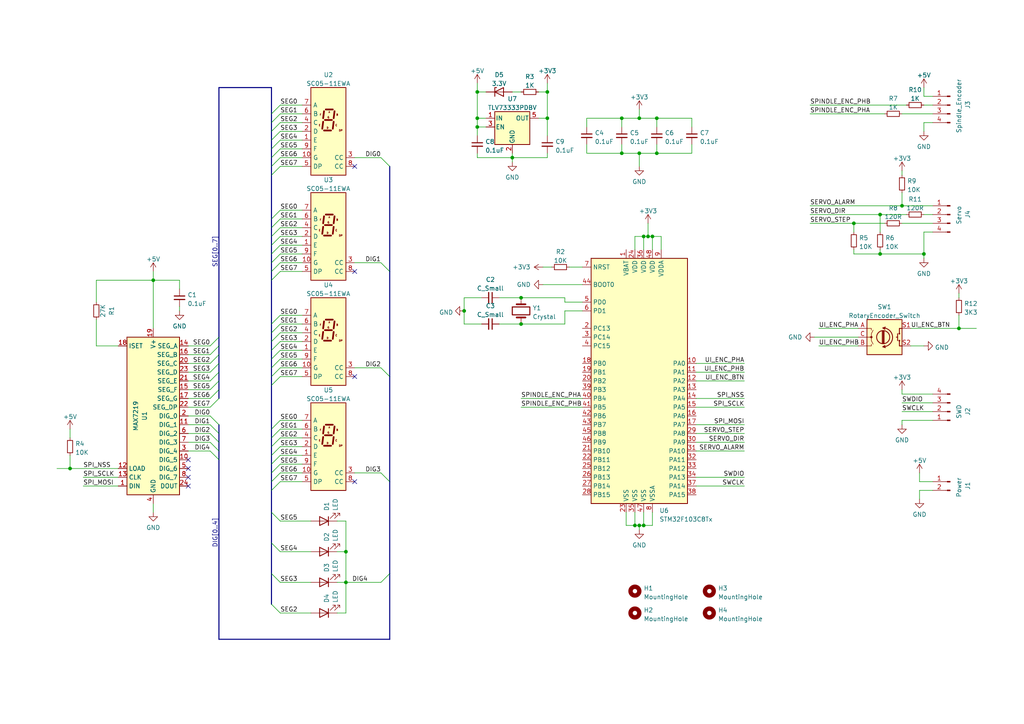
<source format=kicad_sch>
(kicad_sch (version 20211123) (generator eeschema)
  (paper "A4")
  (lib_symbols
    (symbol "+5V_1" (power) (pin_names (offset 0))
      (property "Value" "+5V_1" (at 0 3.556 0))
      (symbol "+5V_1_1_1"
        (pin power_in line (at 0 0 90) (length 0) hide (name "+5V") (number "1"))
      )
    )
    (symbol "Connector:Conn_01x02_Male" (pin_names (offset 1.016) hide)
      (property "Reference" "J" (at 0 2.54 0))
      (property "Value" "Conn_01x02_Male" (at 0 -5.08 0))
      (symbol "Conn_01x02_Male_1_1"
        (pin passive line (at 5.08 0 180) (length 3.81) (name "Pin_1") (number "1"))
        (pin passive line (at 5.08 -2.54 180) (length 3.81) (name "Pin_2") (number "2"))
      )
    )
    (symbol "Connector:Conn_01x04_Male" (pin_names (offset 1.016) hide)
      (property "Reference" "J" (at 0 5.08 0))
      (property "Value" "Conn_01x04_Male" (at 0 -7.62 0))
      (symbol "Conn_01x04_Male_1_1"
        (pin passive line (at 5.08 2.54 180) (length 3.81) (name "Pin_1") (number "1"))
        (pin passive line (at 5.08 0 180) (length 3.81) (name "Pin_2") (number "2"))
        (pin passive line (at 5.08 -2.54 180) (length 3.81) (name "Pin_3") (number "3"))
        (pin passive line (at 5.08 -5.08 180) (length 3.81) (name "Pin_4") (number "4"))
      )
    )
    (symbol "Device:C_Small" (pin_numbers hide) (pin_names (offset 0.254) hide)
      (property "Reference" "C" (at 0.254 1.778 0))
      (property "Value" "C_Small" (at 0.254 -2.032 0))
      (symbol "C_Small_1_1"
        (pin passive line (at 0 2.54 270) (length 2.032) (name "~") (number "1"))
        (pin passive line (at 0 -2.54 90) (length 2.032) (name "~") (number "2"))
      )
    )
    (symbol "Device:Crystal" (pin_numbers hide) (pin_names (offset 1.016) hide)
      (property "Reference" "Y" (at 0 3.81 0))
      (property "Value" "Crystal" (at 0 -3.81 0))
      (symbol "Crystal_1_1"
        (pin passive line (at -3.81 0 0) (length 1.27) (name "1") (number "1"))
        (pin passive line (at 3.81 0 180) (length 1.27) (name "2") (number "2"))
      )
    )
    (symbol "Device:D_Zener" (pin_numbers hide) (pin_names (offset 1.016) hide)
      (property "Reference" "D" (at 0 2.54 0))
      (property "Value" "D_Zener" (at 0 -2.54 0))
      (symbol "D_Zener_1_1"
        (pin passive line (at -3.81 0 0) (length 2.54) (name "K") (number "1"))
        (pin passive line (at 3.81 0 180) (length 2.54) (name "A") (number "2"))
      )
    )
    (symbol "Device:LED" (pin_numbers hide) (pin_names (offset 1.016) hide)
      (property "Reference" "D" (at 0 2.54 0))
      (property "Value" "LED" (at 0 -2.54 0))
      (symbol "LED_1_1"
        (pin passive line (at -3.81 0 0) (length 2.54) (name "K") (number "1"))
        (pin passive line (at 3.81 0 180) (length 2.54) (name "A") (number "2"))
      )
    )
    (symbol "Device:R_Small" (pin_numbers hide) (pin_names (offset 0.254) hide)
      (property "Reference" "R" (at 0.762 0.508 0))
      (property "Value" "R_Small" (at 0.762 -1.016 0))
      (symbol "R_Small_1_1"
        (pin passive line (at 0 2.54 270) (length 0.762) (name "~") (number "1"))
        (pin passive line (at 0 -2.54 90) (length 0.762) (name "~") (number "2"))
      )
    )
    (symbol "Device:RotaryEncoder_Switch" (pin_names (offset 0.254) hide)
      (property "Reference" "SW" (at 0 6.604 0))
      (property "Value" "RotaryEncoder_Switch" (at 0 -6.604 0))
      (symbol "RotaryEncoder_Switch_1_1"
        (pin passive line (at -7.62 2.54 0) (length 2.54) (name "A") (number "A"))
        (pin passive line (at -7.62 -2.54 0) (length 2.54) (name "B") (number "B"))
        (pin passive line (at -7.62 0 0) (length 2.54) (name "C") (number "C"))
        (pin passive line (at 7.62 2.54 180) (length 2.54) (name "S1") (number "S1"))
        (pin passive line (at 7.62 -2.54 180) (length 2.54) (name "S2") (number "S2"))
      )
    )
    (symbol "Display_Character:KCSC02-105" (pin_names (offset 0.635))
      (property "Reference" "U" (at -2.54 13.97 0))
      (property "Value" "KCSC02-105" (at 1.27 13.97 0))
      (symbol "KCSC02-105_0_0"
        (text "A" (at 0.254 5.588 0) (effects (font (size 0.508 0.508))))
        (text "B" (at 2.54 4.826 0) (effects (font (size 0.508 0.508))))
        (text "C" (at 2.286 1.778 0) (effects (font (size 0.508 0.508))))
        (text "D" (at -0.254 1.016 0) (effects (font (size 0.508 0.508))))
        (text "DP" (at 3.556 0.254 0) (effects (font (size 0.508 0.508))))
        (text "E" (at -2.54 1.778 0) (effects (font (size 0.508 0.508))))
        (text "F" (at -2.286 4.826 0) (effects (font (size 0.508 0.508))))
        (text "G" (at 0 4.064 0) (effects (font (size 0.508 0.508))))
      )
      (symbol "KCSC02-105_1_1"
        (pin input line (at -7.62 -2.54 0) (length 2.54) (name "E") (number "1"))
        (pin input line (at -7.62 -7.62 0) (length 2.54) (name "G") (number "10"))
        (pin input line (at -7.62 0 0) (length 2.54) (name "D") (number "2"))
        (pin input line (at 7.62 -7.62 180) (length 2.54) (name "CC") (number "3"))
        (pin input line (at -7.62 2.54 0) (length 2.54) (name "C") (number "4"))
        (pin input line (at -7.62 -10.16 0) (length 2.54) (name "DP") (number "5"))
        (pin input line (at -7.62 5.08 0) (length 2.54) (name "B") (number "6"))
        (pin input line (at -7.62 7.62 0) (length 2.54) (name "A") (number "7"))
        (pin input line (at 7.62 -10.16 180) (length 2.54) (name "CC") (number "8"))
        (pin input line (at -7.62 -5.08 0) (length 2.54) (name "F") (number "9"))
      )
    )
    (symbol "Driver_LED:MAX7219"
      (property "Reference" "U" (at -6.35 24.13 0))
      (property "Value" "MAX7219" (at 1.27 25.4 0))
      (symbol "MAX7219_1_1"
        (pin input line (at -10.16 -20.32 0) (length 2.54) (name "DIN") (number "1"))
        (pin output line (at 10.16 -12.7 180) (length 2.54) (name "DIG_5") (number "10"))
        (pin output line (at 10.16 -2.54 180) (length 2.54) (name "DIG_1") (number "11"))
        (pin input line (at -10.16 -15.24 0) (length 2.54) (name "LOAD") (number "12"))
        (pin input line (at -10.16 -17.78 0) (length 2.54) (name "CLK") (number "13"))
        (pin output line (at 10.16 20.32 180) (length 2.54) (name "SEG_A") (number "14"))
        (pin output line (at 10.16 7.62 180) (length 2.54) (name "SEG_F") (number "15"))
        (pin output line (at 10.16 17.78 180) (length 2.54) (name "SEG_B") (number "16"))
        (pin output line (at 10.16 5.08 180) (length 2.54) (name "SEG_G") (number "17"))
        (pin input line (at -10.16 20.32 0) (length 2.54) (name "ISET") (number "18"))
        (pin power_in line (at 0 25.4 270) (length 2.54) (name "V+") (number "19"))
        (pin output line (at 10.16 0 180) (length 2.54) (name "DIG_0") (number "2"))
        (pin output line (at 10.16 15.24 180) (length 2.54) (name "SEG_C") (number "20"))
        (pin output line (at 10.16 10.16 180) (length 2.54) (name "SEG_E") (number "21"))
        (pin output line (at 10.16 2.54 180) (length 2.54) (name "SEG_DP") (number "22"))
        (pin output line (at 10.16 12.7 180) (length 2.54) (name "SEG_D") (number "23"))
        (pin output line (at 10.16 -20.32 180) (length 2.54) (name "DOUT") (number "24"))
        (pin output line (at 10.16 -10.16 180) (length 2.54) (name "DIG_4") (number "3"))
        (pin power_in line (at 0 -25.4 90) (length 2.54) (name "GND") (number "4"))
        (pin output line (at 10.16 -15.24 180) (length 2.54) (name "DIG_6") (number "5"))
        (pin output line (at 10.16 -5.08 180) (length 2.54) (name "DIG_2") (number "6"))
        (pin output line (at 10.16 -7.62 180) (length 2.54) (name "DIG_3") (number "7"))
        (pin output line (at 10.16 -17.78 180) (length 2.54) (name "DIG_7") (number "8"))
        (pin passive line (at 0 -25.4 90) (length 2.54) hide (name "GND") (number "9"))
      )
    )
    (symbol "MCU_ST_STM32F1:STM32F103C8Tx"
      (property "Reference" "U" (at -15.24 36.83 0))
      (property "Value" "STM32F103C8Tx" (at 7.62 36.83 0))
      (symbol "STM32F103C8Tx_1_1"
        (pin power_in line (at -5.08 38.1 270) (length 2.54) (name "VBAT") (number "1"))
        (pin bidirectional line (at 15.24 5.08 180) (length 2.54) (name "PA0") (number "10"))
        (pin bidirectional line (at 15.24 2.54 180) (length 2.54) (name "PA1") (number "11"))
        (pin bidirectional line (at 15.24 0 180) (length 2.54) (name "PA2") (number "12"))
        (pin bidirectional line (at 15.24 -2.54 180) (length 2.54) (name "PA3") (number "13"))
        (pin bidirectional line (at 15.24 -5.08 180) (length 2.54) (name "PA4") (number "14"))
        (pin bidirectional line (at 15.24 -7.62 180) (length 2.54) (name "PA5") (number "15"))
        (pin bidirectional line (at 15.24 -10.16 180) (length 2.54) (name "PA6") (number "16"))
        (pin bidirectional line (at 15.24 -12.7 180) (length 2.54) (name "PA7") (number "17"))
        (pin bidirectional line (at -17.78 5.08 0) (length 2.54) (name "PB0") (number "18"))
        (pin bidirectional line (at -17.78 2.54 0) (length 2.54) (name "PB1") (number "19"))
        (pin bidirectional line (at -17.78 15.24 0) (length 2.54) (name "PC13") (number "2"))
        (pin bidirectional line (at -17.78 0 0) (length 2.54) (name "PB2") (number "20"))
        (pin bidirectional line (at -17.78 -20.32 0) (length 2.54) (name "PB10") (number "21"))
        (pin bidirectional line (at -17.78 -22.86 0) (length 2.54) (name "PB11") (number "22"))
        (pin power_in line (at -5.08 -38.1 90) (length 2.54) (name "VSS") (number "23"))
        (pin power_in line (at -2.54 38.1 270) (length 2.54) (name "VDD") (number "24"))
        (pin bidirectional line (at -17.78 -25.4 0) (length 2.54) (name "PB12") (number "25"))
        (pin bidirectional line (at -17.78 -27.94 0) (length 2.54) (name "PB13") (number "26"))
        (pin bidirectional line (at -17.78 -30.48 0) (length 2.54) (name "PB14") (number "27"))
        (pin bidirectional line (at -17.78 -33.02 0) (length 2.54) (name "PB15") (number "28"))
        (pin bidirectional line (at 15.24 -15.24 180) (length 2.54) (name "PA8") (number "29"))
        (pin bidirectional line (at -17.78 12.7 0) (length 2.54) (name "PC14") (number "3"))
        (pin bidirectional line (at 15.24 -17.78 180) (length 2.54) (name "PA9") (number "30"))
        (pin bidirectional line (at 15.24 -20.32 180) (length 2.54) (name "PA10") (number "31"))
        (pin bidirectional line (at 15.24 -22.86 180) (length 2.54) (name "PA11") (number "32"))
        (pin bidirectional line (at 15.24 -25.4 180) (length 2.54) (name "PA12") (number "33"))
        (pin bidirectional line (at 15.24 -27.94 180) (length 2.54) (name "PA13") (number "34"))
        (pin power_in line (at -2.54 -38.1 90) (length 2.54) (name "VSS") (number "35"))
        (pin power_in line (at 0 38.1 270) (length 2.54) (name "VDD") (number "36"))
        (pin bidirectional line (at 15.24 -30.48 180) (length 2.54) (name "PA14") (number "37"))
        (pin bidirectional line (at 15.24 -33.02 180) (length 2.54) (name "PA15") (number "38"))
        (pin bidirectional line (at -17.78 -2.54 0) (length 2.54) (name "PB3") (number "39"))
        (pin bidirectional line (at -17.78 10.16 0) (length 2.54) (name "PC15") (number "4"))
        (pin bidirectional line (at -17.78 -5.08 0) (length 2.54) (name "PB4") (number "40"))
        (pin bidirectional line (at -17.78 -7.62 0) (length 2.54) (name "PB5") (number "41"))
        (pin bidirectional line (at -17.78 -10.16 0) (length 2.54) (name "PB6") (number "42"))
        (pin bidirectional line (at -17.78 -12.7 0) (length 2.54) (name "PB7") (number "43"))
        (pin input line (at -17.78 27.94 0) (length 2.54) (name "BOOT0") (number "44"))
        (pin bidirectional line (at -17.78 -15.24 0) (length 2.54) (name "PB8") (number "45"))
        (pin bidirectional line (at -17.78 -17.78 0) (length 2.54) (name "PB9") (number "46"))
        (pin power_in line (at 0 -38.1 90) (length 2.54) (name "VSS") (number "47"))
        (pin power_in line (at 2.54 38.1 270) (length 2.54) (name "VDD") (number "48"))
        (pin input line (at -17.78 22.86 0) (length 2.54) (name "PD0") (number "5"))
        (pin input line (at -17.78 20.32 0) (length 2.54) (name "PD1") (number "6"))
        (pin input line (at -17.78 33.02 0) (length 2.54) (name "NRST") (number "7"))
        (pin power_in line (at 2.54 -38.1 90) (length 2.54) (name "VSSA") (number "8"))
        (pin power_in line (at 5.08 38.1 270) (length 2.54) (name "VDDA") (number "9"))
      )
    )
    (symbol "Mechanical:MountingHole" (pin_names (offset 1.016))
      (property "Reference" "H" (at 0 5.08 0))
      (property "Value" "MountingHole" (at 0 3.175 0))
    )
    (symbol "Regulator_Linear:TLV73333PDBV" (pin_names (offset 0.254))
      (property "Reference" "U" (at -3.81 5.715 0))
      (property "Value" "TLV73333PDBV" (at 0 5.715 0))
      (symbol "TLV73333PDBV_1_1"
        (pin power_in line (at -7.62 2.54 0) (length 2.54) (name "IN") (number "1"))
        (pin power_in line (at 0 -7.62 90) (length 2.54) (name "GND") (number "2"))
        (pin input line (at -7.62 0 0) (length 2.54) (name "EN") (number "3"))
        (pin no_connect line (at 5.08 0 180) (length 2.54) hide (name "NC") (number "4"))
        (pin power_out line (at 7.62 2.54 180) (length 2.54) (name "OUT") (number "5"))
      )
    )
    (symbol "power:+3V3" (power) (pin_names (offset 0))
      (property "Value" "+3V3" (at 0 3.556 0))
      (symbol "+3V3_1_1"
        (pin power_in line (at 0 0 90) (length 0) hide (name "+3V3") (number "1"))
      )
    )
    (symbol "power:+5V" (power) (pin_names (offset 0))
      (property "Value" "+5V" (at 0 3.556 0))
      (symbol "+5V_1_1"
        (pin power_in line (at 0 0 90) (length 0) hide (name "+5V") (number "1"))
      )
    )
    (symbol "power:GND" (power) (pin_names (offset 0))
      (property "Value" "GND" (at 0 -3.81 0))
      (symbol "GND_1_1"
        (pin power_in line (at 0 0 270) (length 0) hide (name "GND") (number "1"))
      )
    )
  )
  (junction (at 185.42 44.45))
  (junction (at 100.33 168.91))
  (junction (at 186.69 68.58))
  (junction (at 134.62 90.17))
  (junction (at 187.96 68.58))
  (junction (at 180.34 44.45))
  (junction (at 138.43 36.83))
  (junction (at 151.13 86.36))
  (junction (at 44.45 81.28))
  (junction (at 190.5 34.29))
  (junction (at 138.43 26.67))
  (junction (at 138.43 34.29))
  (junction (at 267.97 73.66))
  (junction (at 255.27 73.66))
  (junction (at 247.65 64.77))
  (junction (at 148.59 45.72))
  (junction (at 261.62 59.69))
  (junction (at 20.32 135.89))
  (junction (at 189.23 68.58))
  (junction (at 185.42 152.4))
  (junction (at 151.13 93.98))
  (junction (at 185.42 34.29))
  (junction (at 180.34 34.29))
  (junction (at 255.27 62.23))
  (junction (at 184.15 152.4))
  (junction (at 158.75 26.67))
  (junction (at 100.33 160.02))
  (junction (at 158.75 34.29))
  (junction (at 278.13 95.25))
  (junction (at 190.5 44.45))
  (junction (at 186.69 152.4))
  (no_connect (at 54.61 133.35))
  (no_connect (at 54.61 135.89))
  (no_connect (at 54.61 140.97))
  (no_connect (at 54.61 138.43))
  (no_connect (at 102.87 48.26))
  (no_connect (at 102.87 109.22))
  (no_connect (at 102.87 139.7))
  (no_connect (at 102.87 78.74))
  (bus_entry (at 81.28 139.7) (size -2.54 2.54))
  (bus_entry (at 110.49 106.68) (size 2.54 2.54))
  (bus_entry (at 81.28 48.26) (size -2.54 2.54))
  (bus_entry (at 81.28 129.54) (size -2.54 2.54))
  (bus_entry (at 81.28 127) (size -2.54 2.54))
  (bus_entry (at 81.28 40.64) (size -2.54 2.54))
  (bus_entry (at 60.96 107.95) (size 2.54 -2.54))
  (bus_entry (at 81.28 104.14) (size -2.54 2.54))
  (bus_entry (at 81.28 43.18) (size -2.54 2.54))
  (bus_entry (at 81.28 121.92) (size -2.54 2.54))
  (bus_entry (at 81.28 101.6) (size -2.54 2.54))
  (bus_entry (at 110.49 137.16) (size 2.54 2.54))
  (bus_entry (at 81.28 160.02) (size -2.54 -2.54))
  (bus_entry (at 81.28 132.08) (size -2.54 2.54))
  (bus_entry (at 81.28 66.04) (size -2.54 2.54))
  (bus_entry (at 110.49 45.72) (size 2.54 2.54))
  (bus_entry (at 81.28 91.44) (size -2.54 2.54))
  (bus_entry (at 60.96 105.41) (size 2.54 -2.54))
  (bus_entry (at 81.28 168.91) (size -2.54 -2.54))
  (bus_entry (at 81.28 124.46) (size -2.54 2.54))
  (bus_entry (at 60.96 115.57) (size 2.54 -2.54))
  (bus_entry (at 60.96 120.65) (size 2.54 2.54))
  (bus_entry (at 60.96 102.87) (size 2.54 -2.54))
  (bus_entry (at 81.28 96.52) (size -2.54 2.54))
  (bus_entry (at 60.96 113.03) (size 2.54 -2.54))
  (bus_entry (at 60.96 123.19) (size 2.54 2.54))
  (bus_entry (at 81.28 60.96) (size -2.54 2.54))
  (bus_entry (at 81.28 68.58) (size -2.54 2.54))
  (bus_entry (at 81.28 76.2) (size -2.54 2.54))
  (bus_entry (at 81.28 38.1) (size -2.54 2.54))
  (bus_entry (at 60.96 125.73) (size 2.54 2.54))
  (bus_entry (at 81.28 73.66) (size -2.54 2.54))
  (bus_entry (at 60.96 100.33) (size 2.54 -2.54))
  (bus_entry (at 81.28 134.62) (size -2.54 2.54))
  (bus_entry (at 81.28 78.74) (size -2.54 2.54))
  (bus_entry (at 81.28 177.8) (size -2.54 -2.54))
  (bus_entry (at 81.28 71.12) (size -2.54 2.54))
  (bus_entry (at 60.96 110.49) (size 2.54 -2.54))
  (bus_entry (at 81.28 30.48) (size -2.54 2.54))
  (bus_entry (at 110.49 76.2) (size 2.54 2.54))
  (bus_entry (at 81.28 151.13) (size -2.54 -2.54))
  (bus_entry (at 81.28 109.22) (size -2.54 2.54))
  (bus_entry (at 60.96 118.11) (size 2.54 -2.54))
  (bus_entry (at 81.28 35.56) (size -2.54 2.54))
  (bus_entry (at 81.28 33.02) (size -2.54 2.54))
  (bus_entry (at 81.28 137.16) (size -2.54 2.54))
  (bus_entry (at 81.28 93.98) (size -2.54 2.54))
  (bus_entry (at 81.28 106.68) (size -2.54 2.54))
  (bus_entry (at 81.28 63.5) (size -2.54 2.54))
  (bus_entry (at 81.28 99.06) (size -2.54 2.54))
  (bus_entry (at 81.28 45.72) (size -2.54 2.54))
  (bus_entry (at 110.49 168.91) (size 2.54 -2.54))
  (bus_entry (at 60.96 130.81) (size 2.54 2.54))
  (bus_entry (at 60.96 128.27) (size 2.54 2.54))
  (bus (pts (xy 78.74 81.28) (xy 78.74 93.98)))
  (wire (pts (xy 81.28 132.08) (xy 87.63 132.08)))
  (wire (pts (xy 186.69 148.59) (xy 186.69 152.4)))
  (bus (pts (xy 78.74 109.22) (xy 78.74 111.76)))
  (wire (pts (xy 81.28 68.58) (xy 87.63 68.58)))
  (wire (pts (xy 163.83 90.17) (xy 168.91 90.17)))
  (wire (pts (xy 81.28 99.06) (xy 87.63 99.06)))
  (wire (pts (xy 81.28 93.98) (xy 87.63 93.98)))
  (wire (pts (xy 134.62 93.98) (xy 139.7 93.98)))
  (wire (pts (xy 81.28 91.44) (xy 87.63 91.44)))
  (wire (pts (xy 81.28 66.04) (xy 87.63 66.04)))
  (wire (pts (xy 170.18 44.45) (xy 180.34 44.45)))
  (wire (pts (xy 278.13 85.09) (xy 278.13 86.36)))
  (wire (pts (xy 81.28 139.7) (xy 87.63 139.7)))
  (wire (pts (xy 187.96 68.58) (xy 189.23 68.58)))
  (wire (pts (xy 201.93 107.95) (xy 215.9 107.95)))
  (wire (pts (xy 81.28 124.46) (xy 87.63 124.46)))
  (wire (pts (xy 81.28 76.2) (xy 87.63 76.2)))
  (wire (pts (xy 267.97 62.23) (xy 270.51 62.23)))
  (wire (pts (xy 170.18 34.29) (xy 180.34 34.29)))
  (bus (pts (xy 63.5 110.49) (xy 63.5 113.03)))
  (wire (pts (xy 180.34 34.29) (xy 185.42 34.29)))
  (bus (pts (xy 78.74 137.16) (xy 78.74 139.7)))
  (wire (pts (xy 261.62 33.02) (xy 270.51 33.02)))
  (bus (pts (xy 113.03 185.42) (xy 113.03 166.37)))
  (wire (pts (xy 102.87 76.2) (xy 110.49 76.2)))
  (wire (pts (xy 270.51 119.38) (xy 261.62 119.38)))
  (wire (pts (xy 261.62 121.92) (xy 261.62 123.19)))
  (bus (pts (xy 63.5 97.79) (xy 63.5 25.4)))
  (bus (pts (xy 78.74 68.58) (xy 78.74 71.12)))
  (wire (pts (xy 201.93 130.81) (xy 215.9 130.81)))
  (bus (pts (xy 63.5 125.73) (xy 63.5 128.27)))
  (wire (pts (xy 158.75 34.29) (xy 158.75 26.67)))
  (bus (pts (xy 63.5 97.79) (xy 63.5 100.33)))
  (bus (pts (xy 78.74 134.62) (xy 78.74 137.16)))
  (wire (pts (xy 81.28 129.54) (xy 87.63 129.54)))
  (bus (pts (xy 63.5 113.03) (xy 63.5 115.57)))
  (wire (pts (xy 97.79 151.13) (xy 100.33 151.13)))
  (bus (pts (xy 78.74 104.14) (xy 78.74 106.68)))
  (wire (pts (xy 187.96 64.77) (xy 187.96 68.58)))
  (bus (pts (xy 63.5 185.42) (xy 113.03 185.42)))
  (bus (pts (xy 78.74 111.76) (xy 78.74 124.46)))
  (wire (pts (xy 180.34 41.91) (xy 180.34 44.45)))
  (bus (pts (xy 63.5 105.41) (xy 63.5 107.95)))
  (bus (pts (xy 78.74 78.74) (xy 78.74 81.28)))
  (wire (pts (xy 255.27 62.23) (xy 262.89 62.23)))
  (wire (pts (xy 201.93 125.73) (xy 215.9 125.73)))
  (bus (pts (xy 78.74 33.02) (xy 78.74 35.56)))
  (wire (pts (xy 52.07 81.28) (xy 52.07 83.82)))
  (wire (pts (xy 181.61 148.59) (xy 181.61 152.4)))
  (wire (pts (xy 81.28 78.74) (xy 87.63 78.74)))
  (wire (pts (xy 81.28 60.96) (xy 87.63 60.96)))
  (wire (pts (xy 60.96 110.49) (xy 54.61 110.49)))
  (wire (pts (xy 60.96 120.65) (xy 54.61 120.65)))
  (wire (pts (xy 180.34 44.45) (xy 185.42 44.45)))
  (wire (pts (xy 186.69 68.58) (xy 186.69 72.39)))
  (wire (pts (xy 100.33 168.91) (xy 100.33 177.8)))
  (wire (pts (xy 270.51 121.92) (xy 261.62 121.92)))
  (wire (pts (xy 158.75 34.29) (xy 158.75 39.37)))
  (wire (pts (xy 266.7 137.16) (xy 266.7 139.7)))
  (bus (pts (xy 63.5 107.95) (xy 63.5 110.49)))
  (wire (pts (xy 138.43 45.72) (xy 138.43 44.45)))
  (wire (pts (xy 102.87 106.68) (xy 110.49 106.68)))
  (wire (pts (xy 60.96 107.95) (xy 54.61 107.95)))
  (wire (pts (xy 266.7 144.78) (xy 266.7 142.24)))
  (wire (pts (xy 138.43 34.29) (xy 140.97 34.29)))
  (wire (pts (xy 81.28 160.02) (xy 90.17 160.02)))
  (wire (pts (xy 201.93 115.57) (xy 215.9 115.57)))
  (wire (pts (xy 52.07 88.9) (xy 52.07 90.17)))
  (wire (pts (xy 270.51 67.31) (xy 267.97 67.31)))
  (wire (pts (xy 81.28 106.68) (xy 87.63 106.68)))
  (bus (pts (xy 63.5 130.81) (xy 63.5 133.35)))
  (wire (pts (xy 247.65 72.39) (xy 247.65 73.66)))
  (wire (pts (xy 138.43 34.29) (xy 138.43 26.67)))
  (wire (pts (xy 185.42 31.75) (xy 185.42 34.29)))
  (wire (pts (xy 81.28 35.56) (xy 87.63 35.56)))
  (wire (pts (xy 34.29 140.97) (xy 24.13 140.97)))
  (wire (pts (xy 81.28 38.1) (xy 87.63 38.1)))
  (wire (pts (xy 184.15 68.58) (xy 186.69 68.58)))
  (bus (pts (xy 78.74 71.12) (xy 78.74 73.66)))
  (bus (pts (xy 78.74 63.5) (xy 78.74 66.04)))
  (wire (pts (xy 201.93 105.41) (xy 215.9 105.41)))
  (wire (pts (xy 201.93 128.27) (xy 215.9 128.27)))
  (wire (pts (xy 81.28 63.5) (xy 87.63 63.5)))
  (wire (pts (xy 151.13 86.36) (xy 163.83 86.36)))
  (wire (pts (xy 60.96 125.73) (xy 54.61 125.73)))
  (bus (pts (xy 78.74 45.72) (xy 78.74 48.26)))
  (bus (pts (xy 78.74 66.04) (xy 78.74 68.58)))
  (wire (pts (xy 266.7 139.7) (xy 270.51 139.7)))
  (wire (pts (xy 247.65 64.77) (xy 256.54 64.77)))
  (wire (pts (xy 60.96 102.87) (xy 54.61 102.87)))
  (wire (pts (xy 184.15 152.4) (xy 185.42 152.4)))
  (bus (pts (xy 78.74 48.26) (xy 78.74 50.8)))
  (wire (pts (xy 156.21 26.67) (xy 158.75 26.67)))
  (bus (pts (xy 78.74 43.18) (xy 78.74 45.72)))
  (wire (pts (xy 186.69 68.58) (xy 187.96 68.58)))
  (bus (pts (xy 78.74 166.37) (xy 78.74 175.26)))
  (wire (pts (xy 151.13 93.98) (xy 163.83 93.98)))
  (wire (pts (xy 81.28 40.64) (xy 87.63 40.64)))
  (wire (pts (xy 261.62 114.3) (xy 261.62 113.03)))
  (wire (pts (xy 81.28 45.72) (xy 87.63 45.72)))
  (wire (pts (xy 134.62 86.36) (xy 134.62 90.17)))
  (wire (pts (xy 151.13 115.57) (xy 168.91 115.57)))
  (bus (pts (xy 78.74 106.68) (xy 78.74 109.22)))
  (wire (pts (xy 20.32 135.89) (xy 16.51 135.89)))
  (bus (pts (xy 63.5 123.19) (xy 63.5 125.73)))
  (bus (pts (xy 78.74 93.98) (xy 78.74 96.52)))
  (wire (pts (xy 184.15 72.39) (xy 184.15 68.58)))
  (wire (pts (xy 44.45 81.28) (xy 27.94 81.28)))
  (wire (pts (xy 247.65 73.66) (xy 255.27 73.66)))
  (wire (pts (xy 148.59 45.72) (xy 148.59 46.99)))
  (wire (pts (xy 185.42 34.29) (xy 190.5 34.29)))
  (wire (pts (xy 189.23 68.58) (xy 189.23 72.39)))
  (wire (pts (xy 60.96 100.33) (xy 54.61 100.33)))
  (wire (pts (xy 156.21 34.29) (xy 158.75 34.29)))
  (bus (pts (xy 78.74 50.8) (xy 78.74 63.5)))
  (wire (pts (xy 81.28 177.8) (xy 90.17 177.8)))
  (wire (pts (xy 148.59 26.67) (xy 151.13 26.67)))
  (bus (pts (xy 78.74 142.24) (xy 78.74 148.59)))
  (bus (pts (xy 78.74 76.2) (xy 78.74 78.74)))
  (bus (pts (xy 78.74 127) (xy 78.74 129.54)))
  (bus (pts (xy 78.74 148.59) (xy 78.74 157.48)))
  (wire (pts (xy 81.28 48.26) (xy 87.63 48.26)))
  (bus (pts (xy 113.03 109.22) (xy 113.03 139.7)))
  (wire (pts (xy 148.59 44.45) (xy 148.59 45.72)))
  (wire (pts (xy 163.83 86.36) (xy 163.83 87.63)))
  (bus (pts (xy 78.74 40.64) (xy 78.74 43.18)))
  (wire (pts (xy 81.28 137.16) (xy 87.63 137.16)))
  (bus (pts (xy 63.5 128.27) (xy 63.5 130.81)))
  (bus (pts (xy 78.74 99.06) (xy 78.74 101.6)))
  (wire (pts (xy 278.13 95.25) (xy 283.21 95.25)))
  (wire (pts (xy 181.61 152.4) (xy 184.15 152.4)))
  (wire (pts (xy 158.75 45.72) (xy 158.75 44.45)))
  (wire (pts (xy 237.49 100.33) (xy 248.92 100.33)))
  (wire (pts (xy 185.42 152.4) (xy 185.42 153.67)))
  (bus (pts (xy 113.03 139.7) (xy 113.03 166.37)))
  (wire (pts (xy 261.62 49.53) (xy 261.62 50.8)))
  (wire (pts (xy 158.75 26.67) (xy 158.75 24.13)))
  (wire (pts (xy 255.27 72.39) (xy 255.27 73.66)))
  (wire (pts (xy 165.1 77.47) (xy 168.91 77.47)))
  (wire (pts (xy 267.97 35.56) (xy 267.97 38.1)))
  (wire (pts (xy 102.87 45.72) (xy 110.49 45.72)))
  (wire (pts (xy 270.51 35.56) (xy 267.97 35.56)))
  (wire (pts (xy 234.95 62.23) (xy 255.27 62.23)))
  (wire (pts (xy 138.43 24.13) (xy 138.43 26.67)))
  (wire (pts (xy 44.45 146.05) (xy 44.45 148.59)))
  (wire (pts (xy 190.5 44.45) (xy 200.66 44.45)))
  (wire (pts (xy 201.93 140.97) (xy 215.9 140.97)))
  (wire (pts (xy 267.97 30.48) (xy 270.51 30.48)))
  (wire (pts (xy 100.33 160.02) (xy 100.33 168.91)))
  (wire (pts (xy 81.28 30.48) (xy 87.63 30.48)))
  (wire (pts (xy 278.13 91.44) (xy 278.13 95.25)))
  (wire (pts (xy 27.94 100.33) (xy 27.94 92.71)))
  (wire (pts (xy 190.5 41.91) (xy 190.5 44.45)))
  (wire (pts (xy 97.79 168.91) (xy 100.33 168.91)))
  (wire (pts (xy 270.51 116.84) (xy 261.62 116.84)))
  (wire (pts (xy 100.33 151.13) (xy 100.33 160.02)))
  (wire (pts (xy 27.94 87.63) (xy 27.94 81.28)))
  (bus (pts (xy 78.74 139.7) (xy 78.74 142.24)))
  (wire (pts (xy 134.62 90.17) (xy 134.62 93.98)))
  (wire (pts (xy 138.43 36.83) (xy 138.43 39.37)))
  (wire (pts (xy 148.59 45.72) (xy 138.43 45.72)))
  (wire (pts (xy 81.28 33.02) (xy 87.63 33.02)))
  (bus (pts (xy 78.74 96.52) (xy 78.74 99.06)))
  (wire (pts (xy 236.22 97.79) (xy 248.92 97.79)))
  (wire (pts (xy 185.42 44.45) (xy 190.5 44.45)))
  (bus (pts (xy 78.74 73.66) (xy 78.74 76.2)))
  (wire (pts (xy 184.15 148.59) (xy 184.15 152.4)))
  (bus (pts (xy 63.5 102.87) (xy 63.5 105.41)))
  (wire (pts (xy 81.28 121.92) (xy 87.63 121.92)))
  (wire (pts (xy 247.65 64.77) (xy 247.65 67.31)))
  (wire (pts (xy 234.95 30.48) (xy 262.89 30.48)))
  (wire (pts (xy 234.95 59.69) (xy 261.62 59.69)))
  (wire (pts (xy 60.96 105.41) (xy 54.61 105.41)))
  (wire (pts (xy 266.7 142.24) (xy 270.51 142.24)))
  (wire (pts (xy 191.77 68.58) (xy 191.77 72.39)))
  (wire (pts (xy 138.43 26.67) (xy 140.97 26.67)))
  (wire (pts (xy 234.95 64.77) (xy 247.65 64.77)))
  (wire (pts (xy 267.97 67.31) (xy 267.97 73.66)))
  (wire (pts (xy 97.79 177.8) (xy 100.33 177.8)))
  (wire (pts (xy 34.29 135.89) (xy 20.32 135.89)))
  (wire (pts (xy 60.96 123.19) (xy 54.61 123.19)))
  (wire (pts (xy 261.62 59.69) (xy 270.51 59.69)))
  (wire (pts (xy 20.32 124.46) (xy 20.32 127)))
  (wire (pts (xy 34.29 138.43) (xy 24.13 138.43)))
  (bus (pts (xy 78.74 129.54) (xy 78.74 132.08)))
  (wire (pts (xy 201.93 118.11) (xy 215.9 118.11)))
  (bus (pts (xy 113.03 48.26) (xy 113.03 78.74)))
  (wire (pts (xy 60.96 118.11) (xy 54.61 118.11)))
  (bus (pts (xy 78.74 101.6) (xy 78.74 104.14)))
  (wire (pts (xy 81.28 127) (xy 87.63 127)))
  (bus (pts (xy 78.74 25.4) (xy 78.74 33.02)))
  (wire (pts (xy 163.83 93.98) (xy 163.83 90.17)))
  (bus (pts (xy 113.03 78.74) (xy 113.03 109.22)))
  (wire (pts (xy 267.97 74.93) (xy 267.97 73.66)))
  (wire (pts (xy 44.45 78.74) (xy 44.45 81.28)))
  (bus (pts (xy 78.74 124.46) (xy 78.74 127)))
  (wire (pts (xy 81.28 168.91) (xy 90.17 168.91)))
  (wire (pts (xy 60.96 128.27) (xy 54.61 128.27)))
  (wire (pts (xy 201.93 138.43) (xy 215.9 138.43)))
  (wire (pts (xy 261.62 55.88) (xy 261.62 59.69)))
  (wire (pts (xy 163.83 87.63) (xy 168.91 87.63)))
  (wire (pts (xy 255.27 73.66) (xy 267.97 73.66)))
  (wire (pts (xy 144.78 86.36) (xy 151.13 86.36)))
  (wire (pts (xy 60.96 115.57) (xy 54.61 115.57)))
  (wire (pts (xy 81.28 71.12) (xy 87.63 71.12)))
  (wire (pts (xy 140.97 36.83) (xy 138.43 36.83)))
  (wire (pts (xy 190.5 34.29) (xy 190.5 36.83)))
  (wire (pts (xy 234.95 33.02) (xy 256.54 33.02)))
  (wire (pts (xy 189.23 68.58) (xy 191.77 68.58)))
  (wire (pts (xy 255.27 62.23) (xy 255.27 67.31)))
  (wire (pts (xy 81.28 151.13) (xy 90.17 151.13)))
  (wire (pts (xy 157.48 82.55) (xy 168.91 82.55)))
  (wire (pts (xy 44.45 81.28) (xy 52.07 81.28)))
  (wire (pts (xy 81.28 109.22) (xy 87.63 109.22)))
  (wire (pts (xy 81.28 73.66) (xy 87.63 73.66)))
  (wire (pts (xy 170.18 41.91) (xy 170.18 44.45)))
  (bus (pts (xy 78.74 38.1) (xy 78.74 40.64)))
  (wire (pts (xy 81.28 96.52) (xy 87.63 96.52)))
  (wire (pts (xy 81.28 134.62) (xy 87.63 134.62)))
  (wire (pts (xy 100.33 168.91) (xy 110.49 168.91)))
  (wire (pts (xy 237.49 95.25) (xy 248.92 95.25)))
  (wire (pts (xy 34.29 100.33) (xy 27.94 100.33)))
  (wire (pts (xy 144.78 93.98) (xy 151.13 93.98)))
  (wire (pts (xy 200.66 44.45) (xy 200.66 41.91)))
  (wire (pts (xy 186.69 152.4) (xy 189.23 152.4)))
  (wire (pts (xy 267.97 27.94) (xy 270.51 27.94)))
  (wire (pts (xy 185.42 48.26) (xy 185.42 44.45)))
  (wire (pts (xy 270.51 114.3) (xy 261.62 114.3)))
  (wire (pts (xy 81.28 104.14) (xy 87.63 104.14)))
  (wire (pts (xy 20.32 132.08) (xy 20.32 135.89)))
  (wire (pts (xy 201.93 110.49) (xy 215.9 110.49)))
  (wire (pts (xy 264.16 100.33) (xy 267.97 100.33)))
  (wire (pts (xy 44.45 81.28) (xy 44.45 95.25)))
  (wire (pts (xy 189.23 152.4) (xy 189.23 148.59)))
  (wire (pts (xy 60.96 130.81) (xy 54.61 130.81)))
  (wire (pts (xy 139.7 86.36) (xy 134.62 86.36)))
  (wire (pts (xy 60.96 113.03) (xy 54.61 113.03)))
  (wire (pts (xy 157.48 77.47) (xy 160.02 77.47)))
  (bus (pts (xy 78.74 132.08) (xy 78.74 134.62)))
  (wire (pts (xy 200.66 34.29) (xy 200.66 36.83)))
  (bus (pts (xy 63.5 100.33) (xy 63.5 102.87)))
  (wire (pts (xy 190.5 34.29) (xy 200.66 34.29)))
  (wire (pts (xy 201.93 123.19) (xy 215.9 123.19)))
  (wire (pts (xy 267.97 25.4) (xy 267.97 27.94)))
  (wire (pts (xy 81.28 43.18) (xy 87.63 43.18)))
  (bus (pts (xy 78.74 35.56) (xy 78.74 38.1)))
  (wire (pts (xy 261.62 64.77) (xy 270.51 64.77)))
  (wire (pts (xy 97.79 160.02) (xy 100.33 160.02)))
  (wire (pts (xy 185.42 152.4) (xy 186.69 152.4)))
  (bus (pts (xy 63.5 25.4) (xy 78.74 25.4)))
  (wire (pts (xy 180.34 34.29) (xy 180.34 36.83)))
  (wire (pts (xy 148.59 45.72) (xy 158.75 45.72)))
  (wire (pts (xy 138.43 36.83) (xy 138.43 34.29)))
  (bus (pts (xy 78.74 157.48) (xy 78.74 166.37)))
  (bus (pts (xy 63.5 133.35) (xy 63.5 185.42)))
  (wire (pts (xy 81.28 101.6) (xy 87.63 101.6)))
  (wire (pts (xy 170.18 36.83) (xy 170.18 34.29)))
  (wire (pts (xy 151.13 118.11) (xy 168.91 118.11)))
  (wire (pts (xy 102.87 137.16) (xy 110.49 137.16)))
  (wire (pts (xy 264.16 95.25) (xy 278.13 95.25)))
  (label "SEG4" (at 81.28 132.08 0))
  (label "SPINDLE_ENC_PHB" (at 151.13 118.11 0))
  (label "SEG1" (at 81.28 33.02 0))
  (label "DIG0" (at 60.96 120.65 180))
  (label "SEG0" (at 81.28 30.48 0))
  (label "SPI_NSS" (at 215.9 115.57 180))
  (label "SEG4" (at 81.28 160.02 0))
  (label "SERVO_ALARM" (at 215.9 130.81 180))
  (label "SEG7" (at 81.28 78.74 0))
  (label "SPINDLE_ENC_PHB" (at 234.95 30.48 0))
  (label "UI_ENC_PHB" (at 215.9 107.95 180))
  (label "UI_ENC_BTN" (at 215.9 110.49 180))
  (label "SWDIO" (at 215.9 138.43 180))
  (label "SEG0" (at 81.28 91.44 0))
  (label "SEG6" (at 81.28 76.2 0))
  (label "SEG0" (at 81.28 60.96 0))
  (label "SERVO_ALARM" (at 234.95 59.69 0))
  (label "DIG3" (at 60.96 128.27 180))
  (label "SWCLK" (at 261.62 119.38 0))
  (label "DIG0" (at 110.49 45.72 180))
  (label "SEG0" (at 81.28 121.92 0))
  (label "SEG5" (at 60.96 113.03 180))
  (label "SPI_MOSI" (at 215.9 123.19 180))
  (label "SEG7" (at 81.28 48.26 0))
  (label "SEG1" (at 60.96 102.87 180))
  (label "SEG7" (at 81.28 109.22 0))
  (label "SEG1" (at 81.28 93.98 0))
  (label "SEG5" (at 81.28 134.62 0))
  (label "SEG7" (at 81.28 139.7 0))
  (label "SEG5" (at 81.28 43.18 0))
  (label "SWDIO" (at 261.62 116.84 0))
  (label "DIG3" (at 110.49 137.16 180))
  (label "SERVO_STEP" (at 234.95 64.77 0))
  (label "SPI_SCLK" (at 215.9 118.11 180))
  (label "SEG5" (at 81.28 151.13 0))
  (label "SEG2" (at 81.28 35.56 0))
  (label "SEG2" (at 60.96 105.41 180))
  (label "SEG5" (at 81.28 73.66 0))
  (label "SERVO_STEP" (at 215.9 125.73 180))
  (label "SEG3" (at 81.28 168.91 0))
  (label "SEG6" (at 81.28 106.68 0))
  (label "SEG2" (at 81.28 96.52 0))
  (label "SERVO_DIR" (at 215.9 128.27 180))
  (label "SEG2" (at 81.28 66.04 0))
  (label "DIG2" (at 60.96 125.73 180))
  (label "SEG0" (at 60.96 100.33 180))
  (label "SEG3" (at 60.96 107.95 180))
  (label "SEG4" (at 60.96 110.49 180))
  (label "UI_ENC_PHB" (at 237.49 100.33 0))
  (label "DIG4" (at 60.96 130.81 180))
  (label "UI_ENC_PHA" (at 215.9 105.41 180))
  (label "SPINDLE_ENC_PHA" (at 151.13 115.57 0))
  (label "UI_ENC_BTN" (at 275.59 95.25 180))
  (label "SEG3" (at 81.28 99.06 0))
  (label "SEG3" (at 81.28 129.54 0))
  (label "SEG1" (at 81.28 124.46 0))
  (label "SEG1" (at 81.28 63.5 0))
  (label "SEG4" (at 81.28 71.12 0))
  (label "SEG6" (at 81.28 137.16 0))
  (label "DIG1" (at 60.96 123.19 180))
  (label "SPI_SCLK" (at 24.13 138.43 0))
  (label "UI_ENC_PHA" (at 237.49 95.25 0))
  (label "SEG2" (at 81.28 177.8 0))
  (label "DIG1" (at 110.49 76.2 180))
  (label "SWCLK" (at 215.9 140.97 180))
  (label "SEG5" (at 81.28 104.14 0))
  (label "SEG3" (at 81.28 38.1 0))
  (label "SEG3" (at 81.28 68.58 0))
  (label "DIG2" (at 110.49 106.68 180))
  (label "SEG6" (at 81.28 45.72 0))
  (label "SEG7" (at 60.96 118.11 180))
  (label "SEG[0..7]" (at 63.5 77.47 90))
  (label "SEG4" (at 81.28 40.64 0))
  (label "SPI_NSS" (at 24.13 135.89 0))
  (label "DIG[0..4]" (at 63.5 158.75 90))
  (label "SEG4" (at 81.28 101.6 0))
  (label "SERVO_DIR" (at 234.95 62.23 0))
  (label "SEG6" (at 60.96 115.57 180))
  (label "DIG4" (at 106.68 168.91 180))
  (label "SEG2" (at 81.28 127 0))
  (label "SPINDLE_ENC_PHA" (at 234.95 33.02 0))
  (label "SPI_MOSI" (at 24.13 140.97 0))
  (symbol (lib_id "Regulator_Linear:TLV73333PDBV") (at 148.59 36.83 0) (unit 1)
    (property "Reference" "U7" (at 148.59 28.6852 0))
    (property "Value" "TLV73333PDBV" (at 148.59 31.2221 0))
    (property "Footprint" "Package_TO_SOT_SMD:SOT-23-5" (effects hide))
    (property "Datasheet" "http://www.ti.com/lit/ds/symlink/tlv733p.pdf" (effects hide))
  )
  (symbol (lib_id "Device:R_Small") (at 255.27 69.85 0) (unit 1)
    (property "Reference" "R6" (at 256.7686 69.0153 0) (effects (justify left)))
    (property "Value" "10K" (at 256.7686 71.5522 0) (effects (justify left)))
    (property "Footprint" "Resistor_SMD:R_0603_1608Metric" (effects hide))
  )
  (symbol (lib_id "Connector:Conn_01x04_Male") (at 275.59 30.48 0) (mirror y) (unit 1)
    (property "Reference" "J3" (at 280.67 29.21 90) (effects (justify right)))
    (property "Value" "Spindle_Encoder" (at 278.13 22.86 90) (effects (justify right)))
    (property "Footprint" "Connector_JST:JST_XH_B4B-XH-A_1x04_P2.50mm_Vertical" (effects hide))
  )
  (symbol (lib_id "Connector:Conn_01x04_Male") (at 275.59 62.23 0) (mirror y) (unit 1)
    (property "Reference" "J4" (at 280.67 60.96 90) (effects (justify right)))
    (property "Value" "Servo" (at 278.13 59.69 90) (effects (justify right)))
    (property "Footprint" "Connector_JST:JST_XH_B4B-XH-A_1x04_P2.50mm_Vertical" (effects hide))
  )
  (symbol (lib_id "Device:LED") (at 93.98 168.91 180) (unit 1)
    (property "Reference" "D3" (at 94.7328 165.989 90) (effects (justify right)))
    (property "Value" "LED" (at 97.2697 165.989 90) (effects (justify right)))
    (property "Footprint" "LED_THT:LED_D3.0mm" (effects hide))
  )
  (symbol (lib_id "Display_Character:KCSC02-105") (at 95.25 99.06 0) (unit 1)
    (property "Reference" "U4" (at 95.25 82.6602 0))
    (property "Value" "SC05-11EWA" (at 95.25 85.1971 0))
    (property "Footprint" "Display_7Segment:D1X8K" (effects hide))
    (property "Datasheet" "http://www.kingbright.com/attachments/file/psearch/000/00/00/KCSC02-105(Ver.9A).pdf" (effects hide))
  )
  (symbol (lib_id "Device:C_Small") (at 190.5 39.37 0) (unit 1)
    (property "Reference" "C6" (at 192.8241 38.5416 0) (effects (justify left)))
    (property "Value" "0.1uF" (at 192.8241 41.0785 0) (effects (justify left)))
    (property "Footprint" "Capacitor_SMD:C_0603_1608Metric" (effects hide))
  )
  (symbol (lib_id "Device:Crystal") (at 151.13 90.17 90) (unit 1)
    (property "Reference" "Y1" (at 154.4574 89.3353 90) (effects (justify right)))
    (property "Value" "Crystal" (at 154.4574 91.8722 90) (effects (justify right)))
    (property "Footprint" "Crystal:Crystal_SMD_SeikoEpson_MA505-2Pin_12.7x5.1mm" (effects hide))
  )
  (symbol (lib_id "Device:RotaryEncoder_Switch") (at 256.54 97.79 0) (unit 1)
    (property "Reference" "SW1" (at 256.54 89.0102 0))
    (property "Value" "RotaryEncoder_Switch" (at 256.54 91.5471 0))
    (property "Footprint" "Rotary_Encoder:RotaryEncoder_Alps_EC11E-Switch_Vertical_H20mm" (effects hide))
  )
  (symbol (lib_id "power:GND") (at 44.45 148.59 0) (unit 1)
    (property "Reference" "#PWR0103" (effects hide))
    (property "Value" "GND" (at 44.45 153.0334 0))
  )
  (symbol (lib_id "Device:R_Small") (at 259.08 33.02 90) (unit 1)
    (property "Reference" "R7" (at 259.08 28.5836 90))
    (property "Value" "1K" (at 259.08 31.1205 90))
    (property "Footprint" "Resistor_SMD:R_0603_1608Metric" (effects hide))
  )
  (symbol (lib_id "Device:R_Small") (at 247.65 69.85 0) (unit 1)
    (property "Reference" "R5" (at 249.1486 69.0153 0) (effects (justify left)))
    (property "Value" "10K" (at 249.1486 71.5522 0) (effects (justify left)))
    (property "Footprint" "Resistor_SMD:R_0603_1608Metric" (effects hide))
  )
  (symbol (lib_id "Device:C_Small") (at 138.43 41.91 0) (unit 1)
    (property "Reference" "C8" (at 140.7541 41.0816 0) (effects (justify left)))
    (property "Value" "0.1uF" (at 140.7541 43.6185 0) (effects (justify left)))
    (property "Footprint" "Capacitor_SMD:C_0603_1608Metric" (effects hide))
  )
  (symbol (lib_id "Device:R_Small") (at 278.13 88.9 0) (unit 1)
    (property "Reference" "R12" (at 279.6286 88.0653 0) (effects (justify left)))
    (property "Value" "3K3" (at 279.6286 90.6022 0) (effects (justify left)))
    (property "Footprint" "Resistor_SMD:R_0603_1608Metric" (effects hide))
  )
  (symbol (lib_id "power:+3V3") (at 158.75 24.13 0) (unit 1)
    (property "Reference" "#PWR0118" (effects hide))
    (property "Value" "+3V3" (at 158.75 20.5542 0))
  )
  (symbol (lib_id "power:+3V3") (at 157.48 77.47 90) (unit 1)
    (property "Reference" "#PWR0115" (effects hide))
    (property "Value" "+3V3" (at 148.59 77.47 90) (effects (justify right)))
  )
  (symbol (lib_id "Display_Character:KCSC02-105") (at 95.25 68.58 0) (unit 1)
    (property "Reference" "U3" (at 95.25 52.1802 0))
    (property "Value" "SC05-11EWA" (at 95.25 54.7171 0))
    (property "Footprint" "Display_7Segment:D1X8K" (effects hide))
    (property "Datasheet" "http://www.kingbright.com/attachments/file/psearch/000/00/00/KCSC02-105(Ver.9A).pdf" (effects hide))
  )
  (symbol (lib_id "power:GND") (at 261.62 123.19 0) (mirror y) (unit 1)
    (property "Reference" "#PWR0106" (effects hide))
    (property "Value" "GND" (at 261.62 127.6334 0))
  )
  (symbol (lib_id "power:+5V") (at 44.45 78.74 0) (unit 1)
    (property "Reference" "#PWR0102" (effects hide))
    (property "Value" "+5V" (at 44.45 75.1642 0))
  )
  (symbol (lib_id "power:GND") (at 134.62 90.17 270) (unit 1)
    (property "Reference" "#PWR0116" (effects hide))
    (property "Value" "GND" (at 131.4451 90.6038 90) (effects (justify right)))
  )
  (symbol (lib_id "Device:C_Small") (at 158.75 41.91 0) (unit 1)
    (property "Reference" "C9" (at 161.0741 41.0816 0) (effects (justify left)))
    (property "Value" "0.1uF" (at 161.0741 43.6185 0) (effects (justify left)))
    (property "Footprint" "Capacitor_SMD:C_0603_1608Metric" (effects hide))
  )
  (symbol (lib_id "Device:C_Small") (at 200.66 39.37 0) (unit 1)
    (property "Reference" "C7" (at 202.9841 38.5416 0) (effects (justify left)))
    (property "Value" "0.1uF" (at 202.9841 41.0785 0) (effects (justify left)))
    (property "Footprint" "Capacitor_SMD:C_0603_1608Metric" (effects hide))
  )
  (symbol (lib_id "Connector:Conn_01x04_Male") (at 275.59 119.38 180) (unit 1)
    (property "Reference" "J2" (at 280.67 119.38 90))
    (property "Value" "SWD" (at 278.13 119.38 90))
    (property "Footprint" "Connector_JST:JST_XH_B4B-XH-A_1x04_P2.50mm_Vertical" (effects hide))
  )
  (symbol (lib_id "Device:R_Small") (at 261.62 53.34 0) (unit 1)
    (property "Reference" "R9" (at 263.1186 52.5053 0) (effects (justify left)))
    (property "Value" "10K" (at 263.1186 55.0422 0) (effects (justify left)))
    (property "Footprint" "Resistor_SMD:R_0603_1608Metric" (effects hide))
  )
  (symbol (lib_id "Device:R_Small") (at 162.56 77.47 90) (unit 1)
    (property "Reference" "R2" (at 162.56 73.0336 90))
    (property "Value" "10K" (at 162.56 75.5705 90))
    (property "Footprint" "Resistor_SMD:R_0603_1608Metric" (effects hide))
  )
  (symbol (lib_id "Device:R_Small") (at 27.94 90.17 0) (unit 1)
    (property "Reference" "R1" (at 32.3764 90.17 90))
    (property "Value" "27K" (at 29.8395 90.17 90))
    (property "Footprint" "Resistor_SMD:R_0603_1608Metric" (effects hide))
  )
  (symbol (lib_id "Display_Character:KCSC02-105") (at 95.25 38.1 0) (unit 1)
    (property "Reference" "U2" (at 95.25 21.7002 0))
    (property "Value" "SC05-11EWA" (at 95.25 24.2371 0))
    (property "Footprint" "Display_7Segment:D1X8K" (effects hide))
    (property "Datasheet" "http://www.kingbright.com/attachments/file/psearch/000/00/00/KCSC02-105(Ver.9A).pdf" (effects hide))
  )
  (symbol (lib_id "Device:LED") (at 93.98 160.02 180) (unit 1)
    (property "Reference" "D2" (at 94.7328 157.099 90) (effects (justify right)))
    (property "Value" "LED" (at 97.2697 157.099 90) (effects (justify right)))
    (property "Footprint" "LED_THT:LED_D3.0mm" (effects hide))
  )
  (symbol (lib_id "Device:R_Small") (at 153.67 26.67 90) (unit 1)
    (property "Reference" "R3" (at 153.67 22.2336 90))
    (property "Value" "1K" (at 153.67 24.7705 90))
    (property "Footprint" "Resistor_SMD:R_0603_1608Metric" (effects hide))
  )
  (symbol (lib_id "Display_Character:KCSC02-105") (at 95.25 129.54 0) (unit 1)
    (property "Reference" "U5" (at 95.25 113.1402 0))
    (property "Value" "SC05-11EWA" (at 95.25 115.6771 0))
    (property "Footprint" "Display_7Segment:D1X8K" (effects hide))
    (property "Datasheet" "http://www.kingbright.com/attachments/file/psearch/000/00/00/KCSC02-105(Ver.9A).pdf" (effects hide))
  )
  (symbol (lib_id "Device:C_Small") (at 52.07 86.36 0) (unit 1)
    (property "Reference" "C1" (at 54.3941 85.5316 0) (effects (justify left)))
    (property "Value" "0.1uF" (at 54.3941 88.0685 0) (effects (justify left)))
    (property "Footprint" "Capacitor_SMD:C_0603_1608Metric" (effects hide))
  )
  (symbol (lib_id "Device:C_Small") (at 180.34 39.37 0) (unit 1)
    (property "Reference" "C5" (at 182.6641 38.5416 0) (effects (justify left)))
    (property "Value" "0.1uF" (at 182.6641 41.0785 0) (effects (justify left)))
    (property "Footprint" "Capacitor_SMD:C_0603_1608Metric" (effects hide))
  )
  (symbol (lib_id "Mechanical:MountingHole") (at 205.74 171.45 0) (unit 1)
    (property "Reference" "H3" (at 208.28 170.6153 0) (effects (justify left)))
    (property "Value" "MountingHole" (at 208.28 173.1522 0) (effects (justify left)))
    (property "Footprint" "MountingHole:MountingHole_3.2mm_M3" (effects hide))
  )
  (symbol (lib_id "power:GND") (at 148.59 46.99 0) (unit 1)
    (property "Reference" "#PWR0117" (effects hide))
    (property "Value" "GND" (at 148.59 51.4334 0))
  )
  (symbol (lib_id "power:GND") (at 157.48 82.55 270) (mirror x) (unit 1)
    (property "Reference" "#PWR0114" (effects hide))
    (property "Value" "GND" (at 149.86 82.55 90) (effects (justify left)))
  )
  (symbol (lib_id "power:GND") (at 185.42 48.26 0) (unit 1)
    (property "Reference" "#PWR0111" (effects hide))
    (property "Value" "GND" (at 185.42 52.7034 0))
  )
  (symbol (lib_id "MCU_ST_STM32F1:STM32F103C8Tx") (at 186.69 110.49 0) (unit 1)
    (property "Reference" "U6" (at 191.2494 148.0804 0) (effects (justify left)))
    (property "Value" "STM32F103C8Tx" (at 191.2494 150.6173 0) (effects (justify left)))
    (property "Footprint" "Package_QFP:LQFP-48_7x7mm_P0.5mm" (effects hide))
    (property "Datasheet" "http://www.st.com/st-web-ui/static/active/en/resource/technical/document/datasheet/CD00161566.pdf" (effects hide))
  )
  (symbol (lib_id "Device:LED") (at 93.98 151.13 180) (unit 1)
    (property "Reference" "D1" (at 94.7328 148.209 90) (effects (justify right)))
    (property "Value" "LED" (at 97.2697 148.209 90) (effects (justify right)))
    (property "Footprint" "LED_THT:LED_D3.0mm" (effects hide))
  )
  (symbol (lib_id "power:GND") (at 266.7 144.78 0) (mirror y) (unit 1)
    (property "Reference" "#PWR0123" (effects hide))
    (property "Value" "GND" (at 266.7 149.2234 0))
  )
  (symbol (lib_id "power:+3V3") (at 261.62 49.53 0) (unit 1)
    (property "Reference" "#PWR0121" (effects hide))
    (property "Value" "+3V3" (at 261.62 45.9542 0))
  )
  (symbol (lib_id "Device:R_Small") (at 20.32 129.54 0) (unit 1)
    (property "Reference" "R4" (at 21.8186 128.7053 0) (effects (justify left)))
    (property "Value" "10K" (at 21.8186 131.2422 0) (effects (justify left)))
    (property "Footprint" "Resistor_SMD:R_0603_1608Metric" (effects hide))
  )
  (symbol (lib_id "power:+3V3") (at 187.96 64.77 0) (unit 1)
    (property "Reference" "#PWR0112" (effects hide))
    (property "Value" "+3V3" (at 187.96 61.1942 0))
  )
  (symbol (lib_id "Connector:Conn_01x02_Male") (at 275.59 139.7 0) (mirror y) (unit 1)
    (property "Reference" "J1" (at 280.67 139.7 90) (effects (justify right)))
    (property "Value" "Power" (at 278.13 138.43 90) (effects (justify right)))
    (property "Footprint" "Connector_JST:JST_XH_B2B-XH-A_1x02_P2.50mm_Vertical" (effects hide))
  )
  (symbol (lib_id "Mechanical:MountingHole") (at 205.74 177.8 0) (unit 1)
    (property "Reference" "H4" (at 208.28 176.9653 0) (effects (justify left)))
    (property "Value" "MountingHole" (at 208.28 179.5022 0) (effects (justify left)))
    (property "Footprint" "MountingHole:MountingHole_3.2mm_M3" (effects hide))
  )
  (symbol (lib_id "Device:C_Small") (at 142.24 86.36 270) (unit 1)
    (property "Reference" "C2" (at 142.2336 81.0981 90))
    (property "Value" "C_Small" (at 142.2336 83.635 90))
    (property "Footprint" "Capacitor_SMD:C_0603_1608Metric" (effects hide))
  )
  (symbol (lib_id "power:+5V") (at 138.43 24.13 0) (unit 1)
    (property "Reference" "#PWR0119" (effects hide))
    (property "Value" "+5V" (at 138.43 20.5542 0))
  )
  (symbol (lib_id "Mechanical:MountingHole") (at 184.15 177.8 0) (unit 1)
    (property "Reference" "H2" (at 186.69 176.9653 0) (effects (justify left)))
    (property "Value" "MountingHole" (at 186.69 179.5022 0) (effects (justify left)))
    (property "Footprint" "MountingHole:MountingHole_3.2mm_M3" (effects hide))
  )
  (symbol (lib_name "+5V_1") (lib_id "power:+5V") (at 266.7 137.16 0) (unit 1)
    (property "Reference" "#PWR0124" (effects hide))
    (property "Value" "+5V" (at 266.7 133.5842 0))
  )
  (symbol (lib_id "power:+3V3") (at 278.13 85.09 0) (unit 1)
    (property "Reference" "#PWR0125" (effects hide))
    (property "Value" "+3V3" (at 278.13 81.5142 0))
  )
  (symbol (lib_id "power:GND") (at 185.42 153.67 0) (unit 1)
    (property "Reference" "#PWR0110" (effects hide))
    (property "Value" "GND" (at 185.42 158.1134 0))
  )
  (symbol (lib_id "power:GND") (at 267.97 38.1 0) (unit 1)
    (property "Reference" "#PWR0109" (effects hide))
    (property "Value" "GND" (at 267.97 42.5434 0))
  )
  (symbol (lib_id "power:+3V3") (at 261.62 113.03 0) (mirror y) (unit 1)
    (property "Reference" "#PWR0105" (effects hide))
    (property "Value" "+3V3" (at 261.62 109.4542 0))
  )
  (symbol (lib_id "Device:LED") (at 93.98 177.8 180) (unit 1)
    (property "Reference" "D4" (at 94.7328 174.879 90) (effects (justify right)))
    (property "Value" "LED" (at 97.2697 174.879 90) (effects (justify right)))
    (property "Footprint" "LED_THT:LED_D3.0mm" (effects hide))
  )
  (symbol (lib_id "power:+3V3") (at 185.42 31.75 0) (unit 1)
    (property "Reference" "#PWR0113" (effects hide))
    (property "Value" "+3V3" (at 185.42 28.1742 0))
  )
  (symbol (lib_id "Device:R_Small") (at 265.43 62.23 90) (unit 1)
    (property "Reference" "R11" (at 265.43 57.7936 90))
    (property "Value" "120R" (at 265.43 60.3305 90))
    (property "Footprint" "Resistor_SMD:R_0603_1608Metric" (effects hide))
  )
  (symbol (lib_id "Driver_LED:MAX7219") (at 44.45 120.65 0) (unit 1)
    (property "Reference" "U1" (at 41.91 120.65 90))
    (property "Value" "MAX7219" (at 39.37 120.65 90))
    (property "Footprint" "Package_SO:SOIC-24W_7.5x15.4mm_P1.27mm" (effects hide))
    (property "Datasheet" "https://datasheets.maximintegrated.com/en/ds/MAX7219-MAX7221.pdf" (effects hide))
  )
  (symbol (lib_id "Device:C_Small") (at 170.18 39.37 0) (unit 1)
    (property "Reference" "C4" (at 172.5041 38.5416 0) (effects (justify left)))
    (property "Value" "0.1uF" (at 172.5041 41.0785 0) (effects (justify left)))
    (property "Footprint" "Capacitor_SMD:C_0603_1608Metric" (effects hide))
  )
  (symbol (lib_id "Device:R_Small") (at 265.43 30.48 90) (unit 1)
    (property "Reference" "R10" (at 265.43 26.0436 90))
    (property "Value" "1K" (at 265.43 28.5805 90))
    (property "Footprint" "Resistor_SMD:R_0603_1608Metric" (effects hide))
  )
  (symbol (lib_id "power:+5V") (at 267.97 25.4 0) (unit 1)
    (property "Reference" "#PWR0107" (effects hide))
    (property "Value" "+5V" (at 267.97 21.8242 0))
  )
  (symbol (lib_id "Device:D_Zener") (at 144.78 26.67 0) (unit 1)
    (property "Reference" "D5" (at 144.78 21.7002 0))
    (property "Value" "3.3V" (at 144.78 24.2371 0))
    (property "Footprint" "Diode_SMD:D_SOD-323" (effects hide))
  )
  (symbol (lib_id "power:GND") (at 267.97 74.93 0) (unit 1)
    (property "Reference" "#PWR0108" (effects hide))
    (property "Value" "GND" (at 267.97 79.3734 0))
  )
  (symbol (lib_id "Device:R_Small") (at 259.08 64.77 90) (unit 1)
    (property "Reference" "R8" (at 259.08 60.3336 90))
    (property "Value" "120R" (at 259.08 62.8705 90))
    (property "Footprint" "Resistor_SMD:R_0603_1608Metric" (effects hide))
  )
  (symbol (lib_id "Mechanical:MountingHole") (at 184.15 171.45 0) (unit 1)
    (property "Reference" "H1" (at 186.69 170.6153 0) (effects (justify left)))
    (property "Value" "MountingHole" (at 186.69 173.1522 0) (effects (justify left)))
    (property "Footprint" "MountingHole:MountingHole_3.2mm_M3" (effects hide))
  )
  (symbol (lib_id "power:+5V") (at 20.32 124.46 0) (unit 1)
    (property "Reference" "#PWR0120" (effects hide))
    (property "Value" "+5V" (at 20.32 120.8842 0))
  )
  (symbol (lib_id "power:GND") (at 236.22 97.79 270) (mirror x) (unit 1)
    (property "Reference" "#PWR0122" (effects hide))
    (property "Value" "GND" (at 228.6 97.79 90) (effects (justify left)))
  )
  (symbol (lib_id "Device:C_Small") (at 142.24 93.98 270) (unit 1)
    (property "Reference" "C3" (at 142.2336 88.7181 90))
    (property "Value" "C_Small" (at 142.2336 91.255 90))
    (property "Footprint" "Capacitor_SMD:C_0603_1608Metric" (effects hide))
  )
  (symbol (lib_id "power:GND") (at 267.97 100.33 90) (mirror x) (unit 1)
    (property "Reference" "#PWR0104" (effects hide))
    (property "Value" "GND" (at 271.145 100.7638 90) (effects (justify right)))
  )
  (symbol (lib_id "power:GND") (at 52.07 90.17 0) (unit 1)
    (property "Reference" "#PWR0101" (effects hide))
    (property "Value" "GND" (at 52.07 94.6134 0))
  )
)
</source>
